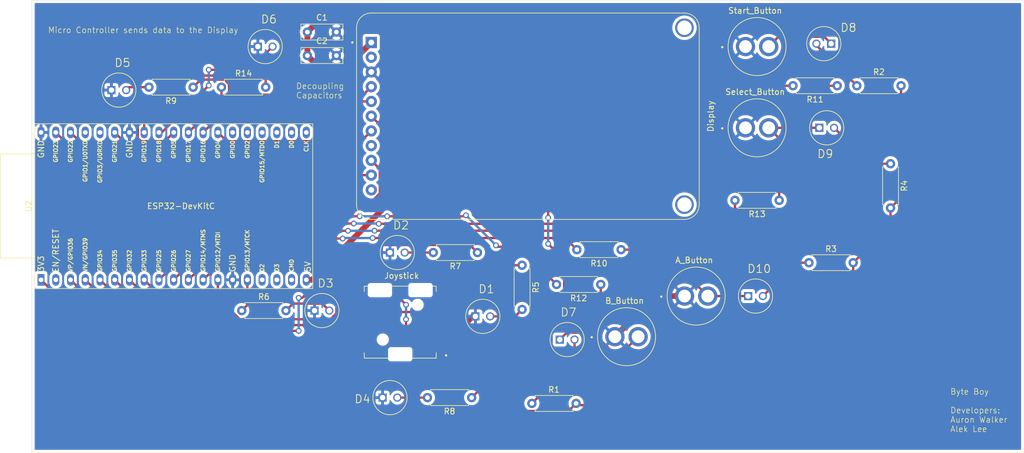
<source format=kicad_pcb>
(kicad_pcb (version 20240108) (generator "pcbnew") (generator_version "8.0")
  (title_block (title "ByteBoy") (date "2025-08-25") (rev "v2") (company "Auron Walker. Alek Lee"))
  (layers (0 "F.Cu" signal) (31 "B.Cu" signal) (34 "B.Paste" user) (35 "F.Paste" user) (36 "B.SilkS" user "B.Silkscreen") (37 "F.SilkS" user "F.Silkscreen") (38 "B.Mask" user) (39 "F.Mask" user) (44 "Edge.Cuts" user))
  (net 0 "")
  (net 1 "+5V")
  (net 2 "GND")
  (net 3 "Net-(D1-PadA)")
  (net 4 "Net-(D2-PadA)")
  (net 5 "Net-(D3-PadA)")
  (net 6 "Net-(D4-PadA)")
  (net 7 "Net-(D5-PadA)")
  (net 8 "Net-(D6-PadA)")
  (net 9 "Net-(D7-PadC)")
  (net 10 "Net-(D7-PadA)")
  (net 11 "Net-(D8-PadA)")
  (net 12 "Net-(D8-PadC)")
  (net 13 "Net-(D9-PadC)")
  (net 14 "Net-(D9-PadA)")
  (net 15 "Net-(D10-PadA)")
  (net 16 "Net-(D10-PadC)")
  (net 17 "MOSI")
  (net 19 "SCK")
  (net 21 "MISO")
  (net 23 "DISPLAY_SELECT")
  (net 24 "D{slash}C")
  (net 25 "SD_SELECT")
  (net 26 "+3.3V")
  (net 27 "LED1")
  (net 28 "LED2")
  (net 29 "LED3")
  (net 30 "LED4")
  (net 31 "LED5")
  (net 32 "SW4")
  (net 33 "SW2")
  (net 34 "SW1")
  (net 35 "SW3")
  (net 36 "LED6")
  (net 37 "UP")
  (net 38 "DOWN")
  (net 39 "PUSH")
  (net 40 "LEFT")
  (net 41 "RIGHT")
  (footprint "Resistor_THT:R_Axial_DIN0207_L6.3mm_D2.5mm_P7.62mm_Horizontal" (layer "F.Cu") (at 232 80.69 -90)
    (property "Reference" "R4" (at 3.81 -2.37 90) (layer "F.SilkS"))
    (property "Value" "62")
    (pad "1" thru_hole circle (at 0 0 270) (size 1.6 1.6) (drill 0.8) (layers "*.Cu" "*.Mask") (net 14 "Net-(D9-PadA)"))
    (pad "2" thru_hole oval (at 7.62 0 270) (size 1.6 1.6) (drill 0.8) (layers "*.Cu" "*.Mask") (net 26 "+3.3V"))
  )
  (footprint "L-53GD:LEDRD254W50D500H1060" (layer "F.Cu") (at 208.73 103.5)
    (property "Reference" "D10" (at 0.635 -4.699 0) (layer "F.SilkS") (effects (font (size 1.4 1.4))))
    (property "Value" "L-53GD")
    (pad "A" thru_hole circle (at 1.27 0) (size 1.4 1.4) (drill 0.93) (layers "*.Cu" "*.Mask") (net 15 "Net-(D10-PadA)"))
    (pad "C" thru_hole rect (at -1.27 0) (size 1.4 1.4) (drill 0.93) (layers "*.Cu" "*.Mask") (net 16 "Net-(D10-PadC)"))
  )
  (footprint "L-53GD:LEDRD254W50D500H1060" (layer "F.Cu") (at 99 68)
    (property "Reference" "D5" (at 0.635 -4.699 0) (layer "F.SilkS") (effects (font (size 1.4 1.4))))
    (property "Value" "L-53GD")
    (pad "A" thru_hole circle (at 1.27 0) (size 1.4 1.4) (drill 0.93) (layers "*.Cu" "*.Mask") (net 7 "Net-(D5-PadA)"))
    (pad "C" thru_hole rect (at -1.27 0) (size 1.4 1.4) (drill 0.93) (layers "*.Cu" "*.Mask") (net 2 "GND"))
  )
  (footprint "Capacitor_THT:C_Rect_L7.0mm_W2.5mm_P5.00mm" (layer "F.Cu") (at 131.5 62.05)
    (property "Reference" "C2" (at 2.5 -2.5 0) (layer "F.SilkS"))
    (property "Value" "0.1u")
    (pad "1" thru_hole circle (at 0 0) (size 1.6 1.6) (drill 0.8) (layers "*.Cu" "*.Mask") (net 1 "+5V"))
    (pad "2" thru_hole circle (at 5 0) (size 1.6 1.6) (drill 0.8) (layers "*.Cu" "*.Mask") (net 2 "GND"))
  )
  (footprint "Resistor_THT:R_Axial_DIN0207_L6.3mm_D2.5mm_P7.62mm_Horizontal" (layer "F.Cu") (at 222.81 67.25 180)
    (property "Reference" "R11" (at 3.81 -2.37 360) (layer "F.SilkS"))
    (property "Value" "47k")
    (pad "1" thru_hole circle (at 0 0 180) (size 1.6 1.6) (drill 0.8) (layers "*.Cu" "*.Mask") (net 12 "Net-(D8-PadC)"))
    (pad "2" thru_hole oval (at 7.62 0 180) (size 1.6 1.6) (drill 0.8) (layers "*.Cu" "*.Mask") (net 33 "SW2"))
  )
  (footprint "Resistor_THT:R_Axial_DIN0207_L6.3mm_D2.5mm_P7.62mm_Horizontal" (layer "F.Cu") (at 170.19 122)
    (property "Reference" "R1" (at 3.81 -2.37 0) (layer "F.SilkS"))
    (property "Value" "62")
    (pad "1" thru_hole circle (at 0 0) (size 1.6 1.6) (drill 0.8) (layers "*.Cu" "*.Mask") (net 10 "Net-(D7-PadA)"))
    (pad "2" thru_hole oval (at 7.62 0) (size 1.6 1.6) (drill 0.8) (layers "*.Cu" "*.Mask") (net 26 "+3.3V"))
  )
  (footprint "L-53GD:LEDRD254W50D500H1060" (layer "F.Cu") (at 161.73 107)
    (property "Reference" "D1" (at 0.635 -4.699 0) (layer "F.SilkS") (effects (font (size 1.4 1.4))))
    (property "Value" "L-53GD")
    (pad "A" thru_hole circle (at 1.27 0) (size 1.4 1.4) (drill 0.93) (layers "*.Cu" "*.Mask") (net 3 "Net-(D1-PadA)"))
    (pad "C" thru_hole rect (at -1.27 0) (size 1.4 1.4) (drill 0.93) (layers "*.Cu" "*.Mask") (net 2 "GND"))
  )
  (footprint "L-53GD:LEDRD254W50D500H1060" (layer "F.Cu") (at 220.5 60 180)
    (property "Reference" "D8" (at -4.25 2.75 360) (layer "F.SilkS") (effects (font (size 1.4 1.4))))
    (property "Value" "L-53GD")
    (pad "A" thru_hole circle (at 1.27 0 180) (size 1.4 1.4) (drill 0.93) (layers "*.Cu" "*.Mask") (net 11 "Net-(D8-PadA)"))
    (pad "C" thru_hole rect (at -1.27 0 180) (size 1.4 1.4) (drill 0.93) (layers "*.Cu" "*.Mask") (net 12 "Net-(D8-PadC)"))
  )
  (footprint "Resistor_THT:R_Axial_DIN0207_L6.3mm_D2.5mm_P7.62mm_Horizontal" (layer "F.Cu") (at 226.19 67.25)
    (property "Reference" "R2" (at 3.81 -2.37 360) (layer "F.SilkS"))
    (property "Value" "62")
    (pad "1" thru_hole circle (at 0 0) (size 1.6 1.6) (drill 0.8) (layers "*.Cu" "*.Mask") (net 11 "Net-(D8-PadA)"))
    (pad "2" thru_hole oval (at 7.62 0) (size 1.6 1.6) (drill 0.8) (layers "*.Cu" "*.Mask") (net 26 "+3.3V"))
  )
  (footprint "Resistor_THT:R_Axial_DIN0207_L6.3mm_D2.5mm_P7.62mm_Horizontal" (layer "F.Cu") (at 116.69 67.5)
    (property "Reference" "R14" (at 3.81 -2.37 0) (layer "F.SilkS"))
    (property "Value" "62")
    (pad "1" thru_hole circle (at 0 0) (size 1.6 1.6) (drill 0.8) (layers "*.Cu" "*.Mask") (net 36 "LED6"))
    (pad "2" thru_hole oval (at 7.62 0) (size 1.6 1.6) (drill 0.8) (layers "*.Cu" "*.Mask") (net 8 "Net-(D6-PadA)"))
  )
  (footprint "L-53GD:LEDRD254W50D500H1060" (layer "F.Cu") (at 124.23 60.5)
    (property "Reference" "D6" (at 0.635 -4.699 0) (layer "F.SilkS") (effects (font (size 1.4 1.4))))
    (property "Value" "L-53GD")
    (pad "A" thru_hole circle (at 1.27 0) (size 1.4 1.4) (drill 0.93) (layers "*.Cu" "*.Mask") (net 8 "Net-(D6-PadA)"))
    (pad "C" thru_hole rect (at -1.27 0) (size 1.4 1.4) (drill 0.93) (layers "*.Cu" "*.Mask") (net 2 "GND"))
  )
  (footprint "PS1024ALRED:SW_PS1024ALRED" (layer "F.Cu") (at 186.5 110.5)
    (property "Reference" "B_Button" (at -0.335 -6.185 0) (layer "F.SilkS"))
    (property "Value" "PS1024ALRED")
    (pad "1" thru_hole circle (at -2 0) (size 3.32 3.32) (drill 2.21) (layers "*.Cu" "*.Mask") (net 2 "GND"))
    (pad "2" thru_hole circle (at 2 0) (size 3.32 3.32) (drill 2.21) (layers "*.Cu" "*.Mask") (net 9 "Net-(D7-PadC)"))
  )
  (footprint "Resistor_THT:R_Axial_DIN0207_L6.3mm_D2.5mm_P7.62mm_Horizontal" (layer "F.Cu") (at 168.5 98.19 -90)
    (property "Reference" "R5" (at 3.81 -2.37 90) (layer "F.SilkS"))
    (property "Value" "62")
    (pad "1" thru_hole circle (at 0 0 270) (size 1.6 1.6) (drill 0.8) (layers "*.Cu" "*.Mask") (net 27 "LED1"))
    (pad "2" thru_hole oval (at 7.62 0 270) (size 1.6 1.6) (drill 0.8) (layers "*.Cu" "*.Mask") (net 3 "Net-(D1-PadA)"))
  )
  (footprint "L-53GD:LEDRD254W50D500H1060" (layer "F.Cu") (at 134 106)
    (property "Reference" "D3" (at 0.635 -4.699 0) (layer "F.SilkS") (effects (font (size 1.4 1.4))))
    (property "Value" "L-53GD")
    (pad "A" thru_hole circle (at 1.27 0) (size 1.4 1.4) (drill 0.93) (layers "*.Cu" "*.Mask") (net 5 "Net-(D3-PadA)"))
    (pad "C" thru_hole rect (at -1.27 0) (size 1.4 1.4) (drill 0.93) (layers "*.Cu" "*.Mask") (net 2 "GND"))
  )
  (footprint "PS1024ALRED:SW_PS1024ALRED" (layer "F.Cu") (at 198.5 103.5)
    (property "Reference" "A_Button" (at -0.335 -6.185 0) (layer "F.SilkS"))
    (property "Value" "PS1024ALRED")
    (pad "1" thru_hole circle (at -2 0) (size 3.32 3.32) (drill 2.21) (layers "*.Cu" "*.Mask") (net 2 "GND"))
    (pad "2" thru_hole circle (at 2 0) (size 3.32 3.32) (drill 2.21) (layers "*.Cu" "*.Mask") (net 16 "Net-(D10-PadC)"))
  )
  (footprint "Resistor_THT:R_Axial_DIN0207_L6.3mm_D2.5mm_P7.62mm_Horizontal" (layer "F.Cu") (at 159.81 121 180)
    (property "Reference" "R8" (at 3.81 -2.37 360) (layer "F.SilkS"))
    (property "Value" "62" (hide yes))
    (pad "1" thru_hole circle (at 0 0 180) (size 1.6 1.6) (drill 0.8) (layers "*.Cu" "*.Mask") (net 30 "LED4"))
    (pad "2" thru_hole oval (at 7.62 0 180) (size 1.6 1.6) (drill 0.8) (layers "*.Cu" "*.Mask") (net 6 "Net-(D4-PadA)"))
  )
  (footprint "L-53GD:LEDRD254W50D500H1060" (layer "F.Cu") (at 147 96)
    (property "Reference" "D2" (at 0.635 -4.699 0) (layer "F.SilkS") (effects (font (size 1.4 1.4))))
    (property "Value" "L-53GD")
    (pad "A" thru_hole circle (at 1.27 0) (size 1.4 1.4) (drill 0.93) (layers "*.Cu" "*.Mask") (net 4 "Net-(D2-PadA)"))
    (pad "C" thru_hole rect (at -1.27 0) (size 1.4 1.4) (drill 0.93) (layers "*.Cu" "*.Mask") (net 2 "GND"))
  )
  (footprint "Resistor_THT:R_Axial_DIN0207_L6.3mm_D2.5mm_P7.62mm_Horizontal" (layer "F.Cu") (at 120.19 106)
    (property "Reference" "R6" (at 3.81 -2.37 0) (layer "F.SilkS"))
    (property "Value" "62")
    (pad "1" thru_hole circle (at 0 0) (size 1.6 1.6) (drill 0.8) (layers "*.Cu" "*.Mask") (net 28 "LED2"))
    (pad "2" thru_hole oval (at 7.62 0) (size 1.6 1.6) (drill 0.8) (layers "*.Cu" "*.Mask") (net 5 "Net-(D3-PadA)"))
  )
  (footprint "L-53GD:LEDRD254W50D500H1060" (layer "F.Cu") (at 145.73 121)
    (property "Reference" "D4" (at -4.73 0.25 0) (layer "F.SilkS") (effects (font (size 1.4 1.4))))
    (property "Value" "L-53GD")
    (pad "A" thru_hole circle (at 1.27 0) (size 1.4 1.4) (drill 0.93) (layers "*.Cu" "*.Mask") (net 6 "Net-(D4-PadA)"))
    (pad "C" thru_hole rect (at -1.27 0) (size 1.4 1.4) (drill 0.93) (layers "*.Cu" "*.Mask") (net 2 "GND"))
  )
  (footprint "L-53GD:LEDRD254W50D500H1060" (layer "F.Cu") (at 221 74.5)
    (property "Reference" "D9" (at -0.25 4.5 0) (layer "F.SilkS") (effects (font (size 1.4 1.4))))
    (property "Value" "L-53GD")
    (pad "A" thru_hole circle (at 1.27 0) (size 1.4 1.4) (drill 0.93) (layers "*.Cu" "*.Mask") (net 14 "Net-(D9-PadA)"))
    (pad "C" thru_hole rect (at -1.27 0) (size 1.4 1.4) (drill 0.93) (layers "*.Cu" "*.Mask") (net 13 "Net-(D9-PadC)"))
  )
  (footprint "Resistor_THT:R_Axial_DIN0207_L6.3mm_D2.5mm_P7.62mm_Horizontal" (layer "F.Cu") (at 160.81 96 180)
    (property "Reference" "R7" (at 3.81 -2.37 360) (layer "F.SilkS"))
    (property "Value" "62")
    (pad "1" thru_hole circle (at 0 0 180) (size 1.6 1.6) (drill 0.8) (layers "*.Cu" "*.Mask") (net 29 "LED3"))
    (pad "2" thru_hole oval (at 7.62 0 180) (size 1.6 1.6) (drill 0.8) (layers "*.Cu" "*.Mask") (net 4 "Net-(D2-PadA)"))
  )
  (footprint "Resistor_THT:R_Axial_DIN0207_L6.3mm_D2.5mm_P7.62mm_Horizontal" (layer "F.Cu") (at 212.81 87 180)
    (property "Reference" "R13" (at 3.81 -2.37 360) (layer "F.SilkS"))
    (property "Value" "47k")
    (pad "1" thru_hole circle (at 0 0 180) (size 1.6 1.6) (drill 0.8) (layers "*.Cu" "*.Mask") (net 13 "Net-(D9-PadC)"))
    (pad "2" thru_hole oval (at 7.62 0 180) (size 1.6 1.6) (drill 0.8) (layers "*.Cu" "*.Mask") (net 35 "SW3"))
  )
  (footprint "4311:MODULE_4311" (layer "F.Cu") (at 169.5 72.5 -90)
    (property "Reference" "Display" (at 0 -31.5 90) (layer "F.SilkS"))
    (property "Value" "4311 (Display)")
    (pad "1" thru_hole rect (at -12.7 26.9875 270) (size 1.9304 1.9304) (drill 1) (layers "*.Cu" "*.Mask") (net 1 "+5V"))
    (pad "2" thru_hole circle (at -10.16 26.9875 270) (size 1.9304 1.9304) (drill 1) (layers "*.Cu" "*.Mask"))
    (pad "3" thru_hole circle (at -7.62 26.9875 270) (size 1.9304 1.9304) (drill 1) (layers "*.Cu" "*.Mask") (net 2 "GND"))
    (pad "4" thru_hole circle (at -5.08 26.9875 270) (size 1.9304 1.9304) (drill 1) (layers "*.Cu" "*.Mask") (net 19 "SCK"))
    (pad "5" thru_hole circle (at -2.54 26.9875 270) (size 1.9304 1.9304) (drill 1) (layers "*.Cu" "*.Mask") (net 21 "MISO"))
    (pad "6" thru_hole circle (at 0 26.9875 270) (size 1.9304 1.9304) (drill 1) (layers "*.Cu" "*.Mask") (net 17 "MOSI"))
    (pad "7" thru_hole circle (at 2.54 26.9875 270) (size 1.9304 1.9304) (drill 1) (layers "*.Cu" "*.Mask") (net 23 "DISPLAY_SELECT"))
    (pad "8" thru_hole circle (at 5.08 26.9875 270) (size 1.9304 1.9304) (drill 1) (layers "*.Cu" "*.Mask"))
    (pad "9" thru_hole circle (at 7.62 26.9875 270) (size 1.9304 1.9304) (drill 1) (layers "*.Cu" "*.Mask") (net 24 "D{slash}C"))
    (pad "10" thru_hole circle (at 10.16 26.9875 270) (size 1.9304 1.9304) (drill 1) (layers "*.Cu" "*.Mask") (net 25 "SD_SELECT"))
    (pad "11" thru_hole circle (at 12.7 26.9875 270) (size 1.9304 1.9304) (drill 1) (layers "*.Cu" "*.Mask"))
    (pad "SH1" thru_hole circle (at -15.24 -26.9875 270) (size 3.2 3.2) (drill 2.5) (layers "*.Cu" "*.Mask"))
    (pad "SH2" thru_hole circle (at 15.24 -26.9875 270) (size 3.2 3.2) (drill 2.5) (layers "*.Cu" "*.Mask"))
    (zone (net 0) (net_name "") (layer "B.Cu") (connect_pads (clearance 0)) (min_thickness 2)
      (keepout (tracks not_allowed) (vias not_allowed) (pads not_allowed) (copperpour not_allowed) (footprints allowed))
      (fill (thermal_gap 0.508) (thermal_bridge_width 0.508))
      (polygon (pts (xy 196.4875 59.26) (xy 196.291466 59.250369) (xy 196.097319 59.221571) (xy 195.906931 59.173881) (xy 195.722133 59.107759) (xy 195.544707 59.023843) (xy 195.37636 58.922939) (xy 195.218713 58.806021) (xy 195.073286 58.674214) (xy 194.941479 58.528787) (xy 194.824561 58.37114) (xy 194.723657 58.202793) (xy 194.639741 58.025367) (xy 194.573619 57.840569) (xy 194.525929 57.650181) (xy 194.497131 57.456034) (xy 194.4875 57.26) (xy 194.497131 57.063966) (xy 194.525929 56.869819) (xy 194.573619 56.679431) (xy 194.639741 56.494633) (xy 194.723657 56.317207) (xy 194.824561 56.14886) (xy 194.941479 55.991213) (xy 195.073286 55.845786) (xy 195.218713 55.713979) (xy 195.37636 55.597061) (xy 195.544707 55.496157) (xy 195.722133 55.412241) (xy 195.906931 55.346119) (xy 196.097319 55.298429) (xy 196.291466 55.269631) (xy 196.4875 55.26) (xy 196.683534 55.269631) (xy 196.877681 55.298429) (xy 197.068069 55.346119) (xy 197.252867 55.412241) (xy 197.430293 55.496157) (xy 197.59864 55.597061) (xy 197.756287 55.713979) (xy 197.901714 55.845786) (xy 198.033521 55.991213) (xy 198.150439 56.14886) (xy 198.251343 56.317207) (xy 198.335259 56.494633) (xy 198.401381 56.679431) (xy 198.449071 56.869819) (xy 198.477869 57.063966) (xy 198.4875 57.26) (xy 198.477869 57.456034) (xy 198.449071 57.650181) (xy 198.401381 57.840569) (xy 198.335259 58.025367) (xy 198.251343 58.202793) (xy 198.150439 58.37114) (xy 198.033521 58.528787) (xy 197.901714 58.674214) (xy 197.756287 58.806021) (xy 197.59864 58.922939) (xy 197.430293 59.023843) (xy 197.252867 59.107759) (xy 197.068069 59.173881) (xy 196.877681 59.221571) (xy 196.683534 59.250369)))
    )
    (zone (net 0) (net_name "") (layer "B.Cu") (connect_pads (clearance 0)) (min_thickness 2)
      (keepout (tracks not_allowed) (vias not_allowed) (pads not_allowed) (copperpour not_allowed) (footprints allowed))
      (fill (thermal_gap 0.508) (thermal_bridge_width 0.508))
      (polygon (pts (xy 196.4875 89.74) (xy 196.291466 89.730369) (xy 196.097319 89.701571) (xy 195.906931 89.653881) (xy 195.722133 89.587759) (xy 195.544707 89.503843) (xy 195.37636 89.402939) (xy 195.218713 89.286021) (xy 195.073286 89.154214) (xy 194.941479 89.008787) (xy 194.824561 88.85114) (xy 194.723657 88.682793) (xy 194.639741 88.505367) (xy 194.573619 88.320569) (xy 194.525929 88.130181) (xy 194.497131 87.936034) (xy 194.4875 87.74) (xy 194.497131 87.543966) (xy 194.525929 87.349819) (xy 194.573619 87.159431) (xy 194.639741 86.974633) (xy 194.723657 86.797207) (xy 194.824561 86.62886) (xy 194.941479 86.471213) (xy 195.073286 86.325786) (xy 195.218713 86.193979) (xy 195.37636 86.077061) (xy 195.544707 85.976157) (xy 195.722133 85.892241) (xy 195.906931 85.826119) (xy 196.097319 85.778429) (xy 196.291466 85.749631) (xy 196.4875 85.74) (xy 196.683534 85.749631) (xy 196.877681 85.778429) (xy 197.068069 85.826119) (xy 197.252867 85.892241) (xy 197.430293 85.976157) (xy 197.59864 86.077061) (xy 197.756287 86.193979) (xy 197.901714 86.325786) (xy 198.033521 86.471213) (xy 198.150439 86.62886) (xy 198.251343 86.797207) (xy 198.335259 86.974633) (xy 198.401381 87.159431) (xy 198.449071 87.349819) (xy 198.477869 87.543966) (xy 198.4875 87.74) (xy 198.477869 87.936034) (xy 198.449071 88.130181) (xy 198.401381 88.320569) (xy 198.335259 88.505367) (xy 198.251343 88.682793) (xy 198.150439 88.85114) (xy 198.033521 89.008787) (xy 197.901714 89.154214) (xy 197.756287 89.286021) (xy 197.59864 89.402939) (xy 197.430293 89.503843) (xy 197.252867 89.587759) (xy 197.068069 89.653881) (xy 196.877681 89.701571) (xy 196.683534 89.730369)))
    )
  )
  (footprint "PS1024ALRED:SW_PS1024ALRED" (layer "F.Cu") (at 209 74.5)
    (property "Reference" "Select_Button" (at -0.335 -6.185 0) (layer "F.SilkS"))
    (property "Value" "PS1024ALRED")
    (pad "1" thru_hole circle (at -2 0) (size 3.32 3.32) (drill 2.21) (layers "*.Cu" "*.Mask") (net 2 "GND"))
    (pad "2" thru_hole circle (at 2 0) (size 3.32 3.32) (drill 2.21) (layers "*.Cu" "*.Mask") (net 13 "Net-(D9-PadC)"))
  )
  (footprint "PS1024ALRED:SW_PS1024ALRED" (layer "F.Cu") (at 209 60.5)
    (property "Reference" "Start_Button" (at -0.335 -6.185 0) (layer "F.SilkS"))
    (property "Value" "PS1024ALRED")
    (pad "1" thru_hole circle (at -2 0) (size 3.32 3.32) (drill 2.21) (layers "*.Cu" "*.Mask") (net 2 "GND"))
    (pad "2" thru_hole circle (at 2 0) (size 3.32 3.32) (drill 2.21) (layers "*.Cu" "*.Mask") (net 12 "Net-(D8-PadC)"))
  )
  (footprint "Capacitor_THT:C_Rect_L7.0mm_W2.5mm_P5.00mm" (layer "F.Cu") (at 131.5 58)
    (property "Reference" "C1" (at 2.5 -2.5 0) (layer "F.SilkS"))
    (property "Value" "10uF")
    (pad "1" thru_hole circle (at 0 0) (size 1.6 1.6) (drill 0.8) (layers "*.Cu" "*.Mask") (net 1 "+5V"))
    (pad "2" thru_hole circle (at 5 0) (size 1.6 1.6) (drill 0.8) (layers "*.Cu" "*.Mask") (net 2 "GND"))
  )
  (footprint "Resistor_THT:R_Axial_DIN0207_L6.3mm_D2.5mm_P7.62mm_Horizontal" (layer "F.Cu") (at 182.06 101.5 180)
    (property "Reference" "R12" (at 3.81 -2.37 360) (layer "F.SilkS"))
    (property "Value" "47k")
    (pad "1" thru_hole circle (at 0 0 180) (size 1.6 1.6) (drill 0.8) (layers "*.Cu" "*.Mask") (net 9 "Net-(D7-PadC)"))
    (pad "2" thru_hole oval (at 7.62 0 180) (size 1.6 1.6) (drill 0.8) (layers "*.Cu" "*.Mask") (net 34 "SW1"))
  )
  (footprint "Resistor_THT:R_Axial_DIN0207_L6.3mm_D2.5mm_P7.62mm_Horizontal" (layer "F.Cu") (at 217.94 97.75)
    (property "Reference" "R3" (at 3.81 -2.37 0) (layer "F.SilkS"))
    (property "Value" "62")
    (pad "1" thru_hole circle (at 0 0) (size 1.6 1.6) (drill 0.8) (layers "*.Cu" "*.Mask") (net 15 "Net-(D10-PadA)"))
    (pad "2" thru_hole oval (at 7.62 0) (size 1.6 1.6) (drill 0.8) (layers "*.Cu" "*.Mask") (net 26 "+3.3V"))
  )
  (footprint "Resistor_THT:R_Axial_DIN0207_L6.3mm_D2.5mm_P7.62mm_Horizontal" (layer "F.Cu") (at 185.56 95.5 180)
    (property "Reference" "R10" (at 3.81 -2.37 360) (layer "F.SilkS"))
    (property "Value" "47k")
    (pad "1" thru_hole circle (at 0 0 180) (size 1.6 1.6) (drill 0.8) (layers "*.Cu" "*.Mask") (net 16 "Net-(D10-PadC)"))
    (pad "2" thru_hole oval (at 7.62 0 180) (size 1.6 1.6) (drill 0.8) (layers "*.Cu" "*.Mask") (net 32 "SW4"))
  )
  (footprint "PCM_Espressif:ESP32-DevKitC" (layer "F.Cu") (at 85.59656 100.7 90)
    (property "Reference" "U2" (at 12.7 -2.1 90) (layer "F.SilkS"))
    (property "Value" "ESP32-DevKitC" (at 12.7 24.13 360) (layer "F.SilkS"))
    (fp_text user "5V" (at 1.26632 45.97128 90) (layer "F.SilkS") (effects (justify left)))
    (fp_text user "GPIO17" (at 24.13 25.4 90) (layer "F.SilkS") (effects (font (size 0.7 0.7)) (justify right)))
    (fp_text user "GPIO34" (at 1.27 10.16 90) (layer "F.SilkS") (effects (font (size 0.7 0.7)) (justify left)))
    (fp_text user "GND" (at 24.13 15.24 90) (layer "F.SilkS") (effects (justify right)))
    (fp_text user "GPIO25" (at 1.27 20.32 90) (layer "F.SilkS") (effects (font (size 0.7 0.7)) (justify left)))
    (fp_text user "GPIO32" (at 1.27 15.24 90) (layer "F.SilkS") (effects (font (size 0.7 0.7)) (justify left)))
    (fp_text user "GPIO33" (at 1.27 17.78 90) (layer "F.SilkS") (effects (font (size 0.7 0.7)) (justify left)))
    (fp_text user "GPIO21" (at 24.13 12.7 90) (layer "F.SilkS") (effects (font (size 0.7 0.7)) (justify right)))
    (fp_text user "D0" (at 24.13 43.18 90) (layer "F.SilkS") (effects (font (size 0.7 0.7)) (justify right)))
    (fp_text user "CMD" (at 1.27 43.18 90) (layer "F.SilkS") (effects (font (size 0.7 0.7)) (justify left)))
    (fp_text user "GPIO15/MTDO" (at 24.13 38.1 90) (layer "F.SilkS") (effects (font (size 0.7 0.7)) (justify right)))
    (fp_text user "GPIO18" (at 24.13 20.32 90) (layer "F.SilkS") (effects (font (size 0.7 0.7)) (justify right)))
    (fp_text user "D3" (at 1.27 40.64 90) (layer "F.SilkS") (effects (font (size 0.7 0.7)) (justify left)))
    (fp_text user "GPIO2" (at 24.13 35.56 90) (layer "F.SilkS") (effects (font (size 0.7 0.7)) (justify right)))
    (fp_text user "GPIO35" (at 1.27 12.7 90) (layer "F.SilkS") (effects (font (size 0.7 0.7)) (justify left)))
    (fp_text user "GND" (at 1.27 33.02 90) (layer "F.SilkS") (effects (justify left)))
    (fp_text user "GPIO23" (at 24.13 2.54 90) (layer "F.SilkS") (effects (font (size 0.7 0.7)) (justify right)))
    (fp_text user "D2" (at 1.27 38.1 90) (layer "F.SilkS") (effects (font (size 0.7 0.7)) (justify left)))
    (fp_text user "GPIO22" (at 24.13 5.08 90) (layer "F.SilkS") (effects (font (size 0.7 0.7)) (justify right)))
    (fp_text user "GPIO16" (at 24.13 27.94 90) (layer "F.SilkS") (effects (font (size 0.7 0.7)) (justify right)))
    (fp_text user "GPIO27" (at 1.27 25.4 90) (layer "F.SilkS") (effects (font (size 0.7 0.7)) (justify left)))
    (fp_text user "GPIO19" (at 24.13 17.78 90) (layer "F.SilkS") (effects (font (size 0.7 0.7)) (justify right)))
    (fp_text user "GPIO1/U0TXD" (at 24.13 7.62 90) (layer "F.SilkS") (effects (font (size 0.7 0.7)) (justify right)))
    (fp_text user "VN/GPIO39" (at 1.27 7.62 90) (layer "F.SilkS") (effects (font (size 0.7 0.7)) (justify left)))
    (fp_text user "GPIO4" (at 24.13 30.48 90) (layer "F.SilkS") (effects (font (size 0.7 0.7)) (justify right)))
    (fp_text user "GPIO14/MTMS" (at 1.27 27.94 90) (layer "F.SilkS") (effects (font (size 0.7 0.7)) (justify left)))
    (fp_text user "EN/RESET" (at 8.88632 2.53728 90) (layer "F.SilkS") (effects (justify right)))
    (fp_text user "GPIO26" (at 1.27 22.86 90) (layer "F.SilkS") (effects (font (size 0.7 0.7)) (justify left)))
    (fp_text user "GPIO13/MTCK" (at 1.27 35.56 90) (layer "F.SilkS") (effects (font (size 0.7 0.7)) (justify left)))
    (fp_text user "GPIO5" (at 24.13 22.86 90) (layer "F.SilkS") (effects (font (size 0.7 0.7)) (justify right)))
    (fp_text user "3V3" (at 1.27 0 90) (layer "F.SilkS") (effects (justify left)))
    (fp_text user "CLK" (at 24.13 45.72 90) (layer "F.SilkS") (effects (font (size 0.7 0.7)) (justify right)))
    (fp_text user "GND" (at 24.13 0 90) (layer "F.SilkS") (effects (justify right)))
    (fp_text user "GPIO3/U0RXD" (at 24.13 10.16 90) (layer "F.SilkS") (effects (font (size 0.7 0.7)) (justify right)))
    (fp_text user "GPIO0" (at 24.13 33.02 90) (layer "F.SilkS") (effects (font (size 0.7 0.7)) (justify right)))
    (fp_text user "D1" (at 24.13 40.64 90) (layer "F.SilkS") (effects (font (size 0.7 0.7)) (justify right)))
    (fp_text user "VP/GPIO36" (at 1.27 5.08 90) (layer "F.SilkS") (effects (font (size 0.7 0.7)) (justify left)))
    (fp_text user "GPIO12/MTDI" (at 1.27 30.48 90) (layer "F.SilkS") (effects (font (size 0.7 0.7)) (justify left)))
    (pad "1" thru_hole rect (at 0 0) (size 1.2 2) (drill 0.8) (layers "*.Cu" "*.Mask") (net 26 "+3.3V"))
    (pad "2" thru_hole oval (at 0 2.54) (size 1.2 2) (drill 0.8) (layers "*.Cu" "*.Mask"))
    (pad "3" thru_hole oval (at 0 5.08) (size 1.2 2) (drill 0.8) (layers "*.Cu" "*.Mask") (net 38 "DOWN"))
    (pad "4" thru_hole oval (at 0 7.62) (size 1.2 2) (drill 0.8) (layers "*.Cu" "*.Mask") (net 39 "PUSH"))
    (pad "5" thru_hole oval (at 0 10.16) (size 1.2 2) (drill 0.8) (layers "*.Cu" "*.Mask") (net 37 "UP"))
    (pad "6" thru_hole oval (at 0 12.7) (size 1.2 2) (drill 0.8) (layers "*.Cu" "*.Mask") (net 41 "RIGHT"))
    (pad "7" thru_hole oval (at 0 15.24) (size 1.2 2) (drill 0.8) (layers "*.Cu" "*.Mask") (net 29 "LED3"))
    (pad "8" thru_hole oval (at 0 17.78) (size 1.2 2) (drill 0.8) (layers "*.Cu" "*.Mask") (net 40 "LEFT"))
    (pad "9" thru_hole oval (at 0 20.32) (size 1.2 2) (drill 0.8) (layers "*.Cu" "*.Mask") (net 34 "SW1"))
    (pad "10" thru_hole oval (at 0 22.86) (size 1.2 2) (drill 0.8) (layers "*.Cu" "*.Mask") (net 33 "SW2"))
    (pad "11" thru_hole oval (at 0 25.4) (size 1.2 2) (drill 0.8) (layers "*.Cu" "*.Mask") (net 35 "SW3"))
    (pad "12" thru_hole oval (at 0 27.94) (size 1.2 2) (drill 0.8) (layers "*.Cu" "*.Mask") (net 32 "SW4"))
    (pad "13" thru_hole oval (at 0 30.48) (size 1.2 2) (drill 0.8) (layers "*.Cu" "*.Mask") (net 27 "LED1"))
    (pad "14" thru_hole oval (at 0 33.02) (size 1.2 2) (drill 0.8) (layers "*.Cu" "*.Mask") (net 2 "GND"))
    (pad "15" thru_hole oval (at 0 35.56) (size 1.2 2) (drill 0.8) (layers "*.Cu" "*.Mask") (net 28 "LED2"))
    (pad "16" thru_hole oval (at 0 38.1) (size 1.2 2) (drill 0.8) (layers "*.Cu" "*.Mask"))
    (pad "17" thru_hole oval (at 0 40.64) (size 1.2 2) (drill 0.8) (layers "*.Cu" "*.Mask"))
    (pad "18" thru_hole oval (at 0 43.18) (size 1.2 2) (drill 0.8) (layers "*.Cu" "*.Mask"))
    (pad "19" thru_hole oval (at 0 45.72) (size 1.2 2) (drill 0.8) (layers "*.Cu" "*.Mask") (net 1 "+5V"))
    (pad "20" thru_hole oval (at 25.39632 45.71728) (size 1.2 2) (drill 0.8) (layers "*.Cu" "*.Mask"))
    (pad "21" thru_hole oval (at 25.39632 43.17728) (size 1.2 2) (drill 0.8) (layers "*.Cu" "*.Mask"))
    (pad "22" thru_hole oval (at 25.4 40.64) (size 1.2 2) (drill 0.8) (layers "*.Cu" "*.Mask"))
    (pad "23" thru_hole oval (at 25.4 38.1) (size 1.2 2) (drill 0.8) (layers "*.Cu" "*.Mask"))
    (pad "24" thru_hole oval (at 25.4 35.56) (size 1.2 2) (drill 0.8) (layers "*.Cu" "*.Mask"))
    (pad "25" thru_hole oval (at 25.4 33.02) (size 1.2 2) (drill 0.8) (layers "*.Cu" "*.Mask"))
    (pad "26" thru_hole oval (at 25.4 30.48) (size 1.2 2) (drill 0.8) (layers "*.Cu" "*.Mask") (net 23 "DISPLAY_SELECT"))
    (pad "27" thru_hole oval (at 25.4 27.94) (size 1.2 2) (drill 0.8) (layers "*.Cu" "*.Mask") (net 31 "LED5"))
    (pad "28" thru_hole oval (at 25.4 25.4) (size 1.2 2) (drill 0.8) (layers "*.Cu" "*.Mask") (net 36 "LED6"))
    (pad "29" thru_hole oval (at 25.4 22.86) (size 1.2 2) (drill 0.8) (layers "*.Cu" "*.Mask") (net 30 "LED4"))
    (pad "30" thru_hole oval (at 25.4 20.32) (size 1.2 2) (drill 0.8) (layers "*.Cu" "*.Mask") (net 19 "SCK"))
    (pad "31" thru_hole oval (at 25.4 17.78) (size 1.2 2) (drill 0.8) (layers "*.Cu" "*.Mask") (net 21 "MISO"))
    (pad "32" thru_hole oval (at 25.4 15.24) (size 1.2 2) (drill 0.8) (layers "*.Cu" "*.Mask") (net 2 "GND"))
    (pad "33" thru_hole oval (at 25.4 12.7) (size 1.2 2) (drill 0.8) (layers "*.Cu" "*.Mask") (net 25 "SD_SELECT"))
    (pad "34" thru_hole oval (at 25.4 10.16) (size 1.2 2) (drill 0.8) (layers "*.Cu" "*.Mask"))
    (pad "35" thru_hole oval (at 25.4 7.62) (size 1.2 2) (drill 0.8) (layers "*.Cu" "*.Mask"))
    (pad "36" thru_hole oval (at 25.4 5.08) (size 1.2 2) (drill 0.8) (layers "*.Cu" "*.Mask") (net 24 "D{slash}C"))
    (pad "37" thru_hole oval (at 25.4 2.54) (size 1.2 2) (drill 0.8) (layers "*.Cu" "*.Mask") (net 17 "MOSI"))
    (pad "38" thru_hole oval (at 25.4 0) (size 1.2 2) (drill 0.8) (layers "*.Cu" "*.Mask") (net 2 "GND"))
  )
  (footprint "L-53GD:LEDRD254W50D500H1060" (layer "F.Cu") (at 176.27 111)
    (property "Reference" "D7" (at 0.23 -4.699 0) (layer "F.SilkS") (effects (font (size 1.4 1.4))))
    (property "Value" "L-53GD")
    (pad "A" thru_hole circle (at 1.27 0) (size 1.4 1.4) (drill 0.93) (layers "*.Cu" "*.Mask") (net 10 "Net-(D7-PadA)"))
    (pad "C" thru_hole rect (at -1.27 0) (size 1.4 1.4) (drill 0.93) (layers "*.Cu" "*.Mask") (net 9 "Net-(D7-PadC)"))
  )
  (footprint "JS5208:SW_JS5208" (layer "F.Cu") (at 147.5 108 180)
    (property "Reference" "Joystick" (at -0.25 8 0) (layer "F.SilkS"))
    (property "Value" "JS5208 (Joystick)")
    (fp_line (start 5.1 6.25) (end 5.1 4.8) (stroke (width 0.01)) (layer "Edge.Cuts"))
    (fp_line (start 5.1 4.8) (end 1.9 4.8) (stroke (width 0.01)) (layer "Edge.Cuts"))
    (fp_line (start 1.9 6.25) (end 5.1 6.25) (stroke (width 0.01)) (layer "Edge.Cuts"))
    (fp_line (start 1.9 4.8) (end 1.9 6.25) (stroke (width 0.01)) (layer "Edge.Cuts"))
    (fp_line (start 1.6 -4.8) (end -1.6 -4.8) (stroke (width 0.01)) (layer "Edge.Cuts"))
    (fp_line (start 1.6 -6.25) (end 1.6 -4.8) (stroke (width 0.01)) (layer "Edge.Cuts"))
    (fp_line (start -1.6 -4.8) (end -1.6 -6.25) (stroke (width 0.01)) (layer "Edge.Cuts"))
    (fp_line (start -1.6 -6.25) (end 1.6 -6.25) (stroke (width 0.01)) (layer "Edge.Cuts"))
    (fp_line (start -1.9 6.25) (end -5.1 6.25) (stroke (width 0.01)) (layer "Edge.Cuts"))
    (fp_line (start -1.9 4.8) (end -1.9 6.25) (stroke (width 0.01)) (layer "Edge.Cuts"))
    (fp_line (start -5.1 6.25) (end -5.1 4.8) (stroke (width 0.01)) (layer "Edge.Cuts"))
    (fp_line (start -5.1 4.8) (end -1.9 4.8) (stroke (width 0.01)) (layer "Edge.Cuts"))
    (pad "" np_thru_hole circle (at -3 3 180) (size 1.6 1.6) (drill 1.6) (layers "*.Cu" "*.Mask"))
    (pad "" np_thru_hole circle (at 3 -3 180) (size 1.6 1.6) (drill 1.6) (layers "*.Cu" "*.Mask"))
    (pad "1" smd rect (at -7.5 -4 180) (size 2 1.9) (layers "F.Cu" "F.Paste" "F.Mask") (net 2 "GND"))
    (pad "2" smd rect (at -7.5 0 180) (size 2 1.9) (layers "F.Cu" "F.Paste" "F.Mask") (net 40 "LEFT"))
    (pad "3" smd rect (at -7.5 4 180) (size 2 1.9) (layers "F.Cu" "F.Paste" "F.Mask") (net 39 "PUSH"))
    (pad "4" smd rect (at 7.5 -4 180) (size 2 1.9) (layers "F.Cu" "F.Paste" "F.Mask") (net 37 "UP"))
    (pad "5" smd rect (at 7.5 0 180) (size 2 1.9) (layers "F.Cu" "F.Paste" "F.Mask") (net 41 "RIGHT"))
    (pad "6" smd rect (at 7.5 4 180) (size 2 1.9) (layers "F.Cu" "F.Paste" "F.Mask") (net 38 "DOWN"))
  )
  (footprint "Resistor_THT:R_Axial_DIN0207_L6.3mm_D2.5mm_P7.62mm_Horizontal" (layer "F.Cu") (at 111.81 67.5 180)
    (property "Reference" "R9" (at 3.81 -2.37 360) (layer "F.SilkS"))
    (property "Value" "62")
    (pad "1" thru_hole circle (at 0 0 180) (size 1.6 1.6) (drill 0.8) (layers "*.Cu" "*.Mask") (net 31 "LED5"))
    (pad "2" thru_hole oval (at 7.62 0 180) (size 1.6 1.6) (drill 0.8) (layers "*.Cu" "*.Mask") (net 7 "Net-(D5-PadA)"))
  )
  (gr_rect (start 84 52.5) (end 255 130.5) (stroke (width 0.05)) (fill none) (layer "Edge.Cuts"))
  (gr_text "Decoupling \nCapacitors" (at 129.5 69.5 0) (layer "F.SilkS") (effects (font (size 1 1) (thickness 0.1)) (justify left bottom)))
  (gr_text "Byte Boy\n\nDevelopers:\nAuron Walker\nAlek Lee" (at 242.25 127 0) (layer "F.SilkS") (effects (font (size 1 1) (thickness 0.1)) (justify left bottom)))
  (gr_text "Micro Controller sends data to the Display" (at 86.75 58.25 0) (layer "F.SilkS") (effects (font (size 1 1) (thickness 0.1)) (justify left bottom)))
  (segment (start 137.5 64.8125) (end 137.5 65) (width 1) (layer "F.Cu") (net 1))
  (segment (start 134.45 65) (end 131.5 62.05) (width 1) (layer "F.Cu") (net 1))
  (segment (start 133.5 56) (end 131.5 58) (width 1) (layer "F.Cu") (net 1))
  (segment (start 145.3554 56) (end 133.5 56) (width 1) (layer "F.Cu") (net 1))
  (segment (start 131.5 62.05) (end 131.5 58) (width 1) (layer "F.Cu") (net 1))
  (segment (start 132.3 100.7) (end 145.6777 87.3223) (width 1) (layer "F.Cu") (net 1))
  (segment (start 142.5125 59.8) (end 137.5 64.8125) (width 1) (layer "F.Cu") (net 1))
  (segment (start 137.5 65) (end 134.45 65) (width 1) (layer "F.Cu") (net 1))
  (segment (start 145.6777 56.3223) (end 145.3554 56) (width 1) (layer "F.Cu") (net 1))
  (segment (start 131.31656 100.7) (end 132.3 100.7) (width 1) (layer "F.Cu") (net 1))
  (segment (start 145.6777 87.3223) (end 145.6777 56.3223) (width 1) (layer "F.Cu") (net 1))
  (segment (start 160.46 107) (end 160 107) (width 1) (layer "F.Cu") (net 2))
  (segment (start 160 107) (end 155 112) (width 1) (layer "F.Cu") (net 2))
  (segment (start 184.5 110.5) (end 191.5 103.5) (width 1) (layer "F.Cu") (net 2))
  (segment (start 191.5 103.5) (end 196.5 103.5) (width 1) (layer "F.Cu") (net 2))
  (segment (start 163 107) (end 167.31 107) (width 0.4) (layer "F.Cu") (net 3))
  (segment (start 167.31 107) (end 168.5 105.81) (width 0.4) (layer "F.Cu") (net 3))
  (segment (start 153.19 96) (end 148.27 96) (width 0.4) (layer "F.Cu") (net 4))
  (segment (start 129.01 104.8) (end 134.07 104.8) (width 0.4) (layer "F.Cu") (net 5))
  (segment (start 134.07 104.8) (end 135.27 106) (width 0.4) (layer "F.Cu") (net 5))
  (segment (start 127.81 106) (end 129.01 104.8) (width 0.4) (layer "F.Cu") (net 5))
  (segment (start 152.19 121) (end 147 121) (width 0.4) (layer "F.Cu") (net 6))
  (segment (start 100.77 67.5) (end 100.27 68) (width 0.4) (layer "F.Cu") (net 7))
  (segment (start 104.19 67.5) (end 100.77 67.5) (width 0.4) (layer "F.Cu") (net 7))
  (segment (start 124.31 67.5) (end 124.31 61.69) (width 0.4) (layer "F.Cu") (net 8))
  (segment (start 124.31 61.69) (end 125.5 60.5) (width 0.4) (layer "F.Cu") (net 8))
  (segment (start 180.745298 109.8) (end 180.972649 110.027351) (width 0.4) (layer "F.Cu") (net 9))
  (segment (start 180.972649 110.027351) (end 183.945298 113) (width 0.4) (layer "F.Cu") (net 9))
  (segment (start 182.06 108.94) (end 182.06 101.5) (width 0.4) (layer "F.Cu") (net 9))
  (segment (start 175 111) (end 176.2 109.8) (width 0.4) (layer "F.Cu") (net 9))
  (segment (start 180.972649 110.027351) (end 182.06 108.94) (width 0.4) (layer "F.Cu") (net 9))
  (segment (start 186 113) (end 188.5 110.5) (width 0.4) (layer "F.Cu") (net 9))
  (segment (start 183.945298 113) (end 186 113) (width 0.4) (layer "F.Cu") (net 9))
  (segment (start 176.2 109.8) (end 180.745298 109.8) (width 0.4) (layer "F.Cu") (net 9))
  (segment (start 177.54 111) (end 177.54 114.65) (width 0.4) (layer "F.Cu") (net 10))
  (segment (start 177.54 114.65) (end 170.19 122) (width 0.4) (layer "F.Cu") (net 10))
  (segment (start 226.19 67.25) (end 219.23 60.29) (width 0.4) (layer "F.Cu") (net 11))
  (segment (start 219.23 60.29) (end 219.23 60) (width 0.4) (layer "F.Cu") (net 11))
  (segment (start 212.7 58.8) (end 211 60.5) (width 0.4) (layer "F.Cu") (net 12))
  (segment (start 219.5 67.25) (end 216 63.75) (width 0.4) (layer "F.Cu") (net 12))
  (segment (start 216 63.75) (end 216 58.8) (width 0.4) (layer "F.Cu") (net 12))
  (segment (start 216.75 58.8) (end 216 58.8) (width 0.4) (layer "F.Cu") (net 12))
  (segment (start 220.57 58.8) (end 216.75 58.8) (width 0.4) (layer "F.Cu") (net 12))
  (segment (start 221.77 60) (end 220.57 58.8) (width 0.4) (layer "F.Cu") (net 12))
  (segment (start 216 58.8) (end 212.7 58.8) (width 0.4) (layer "F.Cu") (net 12))
  (segment (start 222.81 67.25) (end 219.5 67.25) (width 0.4) (layer "F.Cu") (net 12))
  (segment (start 212.81 76.31) (end 211 74.5) (width 0.4) (layer "F.Cu") (net 13))
  (segment (start 219.73 74.5) (end 211 74.5) (width 0.4) (layer "F.Cu") (net 13))
  (segment (start 212.81 76.31) (end 212.81 87) (width 0.4) (layer "F.Cu") (net 13))
  (segment (start 228.46 80.69) (end 232 80.69) (width 0.4) (layer "F.Cu") (net 14))
  (segment (start 222.27 74.5) (end 228.46 80.69) (width 0.4) (layer "F.Cu") (net 14))
  (segment (start 217.94 97.75) (end 215.75 97.75) (width 0.4) (layer "F.Cu") (net 15))
  (segment (start 215.75 97.75) (end 210 103.5) (width 0.4) (layer "F.Cu") (net 15))
  (segment (start 200.5 103.5) (end 192.5 95.5) (width 0.4) (layer "F.Cu") (net 16))
  (segment (start 192.5 95.5) (end 185.56 95.5) (width 0.4) (layer "F.Cu") (net 16))
  (segment (start 200.5 103.5) (end 207.46 103.5) (width 0.4) (layer "F.Cu") (net 16))
  (segment (start 142.574556 88.2) (end 101.03656 88.2) (width 0.4) (layer "F.Cu") (net 17))
  (segment (start 144.6777 86.096856) (end 142.574556 88.2) (width 0.4) (layer "F.Cu") (net 17))
  (segment (start 144.6777 74.6652) (end 144.6777 86.096856) (width 0.4) (layer "F.Cu") (net 17))
  (segment (start 101.03656 88.2) (end 88.13656 75.3) (width 0.4) (layer "F.Cu") (net 17))
  (segment (start 142.5125 72.5) (end 144.6777 74.6652) (width 0.4) (layer "F.Cu") (net 17))
  (segment (start 114.5 67.2) (end 106.4 75.3) (width 0.4) (layer "F.Cu") (net 19))
  (segment (start 141.1325 68.8) (end 121.808378 68.8) (width 0.4) (layer "F.Cu") (net 19))
  (segment (start 106.4 75.3) (end 105.91656 75.3) (width 0.4) (layer "F.Cu") (net 19))
  (segment (start 142.5125 67.42) (end 141.1325 68.8) (width 0.4) (layer "F.Cu") (net 19))
  (segment (start 121.808378 68.8) (end 117.508378 64.5) (width 0.4) (layer "F.Cu") (net 19))
  (segment (start 117.508378 64.5) (end 114.5 64.5) (width 0.4) (layer "F.Cu") (net 19))
  (via (at 114.5 64.5) (size 1) (drill 0.6) (layers "F.Cu" "B.Cu") (net 19))
  (via (at 114.5 67.2) (size 1) (drill 0.6) (layers "F.Cu" "B.Cu") (net 19))
  (segment (start 114.5 64.5) (end 114.5 67.2) (width 0.4) (layer "B.Cu") (net 19))
  (segment (start 142.5125 69.96) (end 121.978428 69.96) (width 0.4) (layer "F.Cu") (net 21))
  (segment (start 103.37656 73.131245) (end 103.37656 75.3) (width 0.4) (layer "F.Cu") (net 21))
  (segment (start 117.518428 65.5) (end 111.007805 65.5) (width 0.4) (layer "F.Cu") (net 21))
  (segment (start 103.7 75.3) (end 103.37656 75.3) (width 0.4) (layer "F.Cu") (net 21))
  (segment (start 121.978428 69.96) (end 117.518428 65.5) (width 0.4) (layer "F.Cu") (net 21))
  (segment (start 111.007805 65.5) (end 103.37656 73.131245) (width 0.4) (layer "F.Cu") (net 21))
  (segment (start 117.58024 76.80368) (end 116.07656 75.3) (width 0.4) (layer "F.Cu") (net 23))
  (segment (start 142.5125 75.04) (end 140.74882 76.80368) (width 0.4) (layer "F.Cu") (net 23))
  (segment (start 140.74882 76.80368) (end 117.58024 76.80368) (width 0.4) (layer "F.Cu") (net 23))
  (segment (start 143.9777 85.806906) (end 142.284606 87.5) (width 0.4) (layer "F.Cu") (net 24))
  (segment (start 102.87656 87.5) (end 90.67656 75.3) (width 0.4) (layer "F.Cu") (net 24))
  (segment (start 142.5125 80.12) (end 143.9777 81.5852) (width 0.4) (layer "F.Cu") (net 24))
  (segment (start 142.284606 87.5) (end 102.87656 87.5) (width 0.4) (layer "F.Cu") (net 24))
  (segment (start 143.9777 81.5852) (end 143.9777 85.806906) (width 0.4) (layer "F.Cu") (net 24))
  (segment (start 105.65656 82.66) (end 98.29656 75.3) (width 0.4) (layer "F.Cu") (net 25))
  (segment (start 142.5125 82.66) (end 105.65656 82.66) (width 0.4) (layer "F.Cu") (net 25))
  (segment (start 203.848478 122.3) (end 178.11 122.3) (width 0.4) (layer "F.Cu") (net 26))
  (segment (start 232 88.31) (end 233.81 86.5) (width 0.4) (layer "F.Cu") (net 26))
  (segment (start 108.19656 123.3) (end 85.59656 100.7) (width 0.4) (layer "F.Cu") (net 26))
  (segment (start 232 88.31) (end 232 91.31) (width 0.4) (layer "F.Cu") (net 26))
  (segment (start 233.81 86.5) (end 233.81 67.25) (width 0.4) (layer "F.Cu") (net 26))
  (segment (start 225.56 100.588478) (end 203.848478 122.3) (width 0.4) (layer "F.Cu") (net 26))
  (segment (start 225.56 97.75) (end 225.56 100.588478) (width 0.4) (layer "F.Cu") (net 26))
  (segment (start 178.11 122.3) (end 177.81 122) (width 0.4) (layer "F.Cu") (net 26))
  (segment (start 176.51 123.3) (end 108.19656 123.3) (width 0.4) (layer "F.Cu") (net 26))
  (segment (start 232 91.31) (end 225.56 97.75) (width 0.4) (layer "F.Cu") (net 26))
  (segment (start 177.81 122) (end 176.51 123.3) (width 0.4) (layer "F.Cu") (net 26))
  (segment (start 119.851522 107.5) (end 135.467057 107.5) (width 0.4) (layer "F.Cu") (net 27))
  (segment (start 141.87005 98.19) (end 168.5 98.19) (width 0.4) (layer "F.Cu") (net 27))
  (segment (start 116.07656 103.725038) (end 119.851522 107.5) (width 0.4) (layer "F.Cu") (net 27))
  (segment (start 136.5 106.467057) (end 136.5 103.56005) (width 0.4) (layer "F.Cu") (net 27))
  (segment (start 136.5 103.56005) (end 141.87005 98.19) (width 0.4) (layer "F.Cu") (net 27))
  (segment (start 116.07656 100.7) (end 116.07656 103.725038) (width 0.4) (layer "F.Cu") (net 27))
  (segment (start 135.467057 107.5) (end 136.5 106.467057) (width 0.4) (layer "F.Cu") (net 27))
  (segment (start 121.15656 105.03344) (end 120.19 106) (width 0.4) (layer "F.Cu") (net 28))
  (segment (start 121.15656 100.7) (end 121.15656 105.03344) (width 0.4) (layer "F.Cu") (net 28))
  (segment (start 130 109.5) (end 109.63656 109.5) (width 0.4) (layer "F.Cu") (net 29))
  (segment (start 160.81 96) (end 159.51 94.7) (width 0.4) (layer "F.Cu") (net 29))
  (segment (start 159.51 94.7) (end 139.714214 94.7) (width 0.4) (layer "F.Cu") (net 29))
  (segment (start 130.614214 103.8) (end 130 103.8) (width 0.4) (layer "F.Cu") (net 29))
  (segment (start 139.714214 94.7) (end 130.614214 103.8) (width 0.4) (layer "F.Cu") (net 29))
  (segment (start 109.63656 109.5) (end 100.83656 100.7) (width 0.4) (layer "F.Cu") (net 29))
  (via (at 130 103.8) (size 1) (drill 0.6) (layers "F.Cu" "B.Cu") (net 29))
  (via (at 130 109.5) (size 1) (drill 0.6) (layers "F.Cu" "B.Cu") (net 29))
  (segment (start 130 103.8) (end 130 109.5) (width 0.4) (layer "B.Cu") (net 29))
  (segment (start 106.95656 76.8) (end 108.45656 75.3) (width 0.4) (layer "F.Cu") (net 30))
  (segment (start 173 90) (end 173 82.230386) (width 0.4) (layer "F.Cu") (net 30))
  (segment (start 102.27656 76.27656) (end 102.8 76.8) (width 0.4) (layer "F.Cu") (net 30))
  (segment (start 145.769614 55) (end 120.517855 55) (width 0.4) (layer "F.Cu") (net 30))
  (segment (start 159.81 121) (end 169.8 111.01) (width 0.4) (layer "F.Cu") (net 30))
  (segment (start 175.74 105.07) (end 175.74 97.24) (width 0.4) (layer "F.Cu") (net 30))
  (segment (start 102.8 76.8) (end 106.95656 76.8) (width 0.4) (layer "F.Cu") (net 30))
  (segment (start 102.27656 73.241295) (end 102.27656 76.27656) (width 0.4) (layer "F.Cu") (net 30))
  (segment (start 173 82.230386) (end 145.769614 55) (width 0.4) (layer "F.Cu") (net 30))
  (segment (start 175.74 97.24) (end 173 94.5) (width 0.4) (layer "F.Cu") (net 30))
  (segment (start 120.517855 55) (end 102.27656 73.241295) (width 0.4) (layer "F.Cu") (net 30))
  (segment (start 169.8 111.01) (end 175.74 105.07) (width 0.4) (layer "F.Cu") (net 30))
  (via (at 173 94.5) (size 1) (drill 0.6) (layers "F.Cu" "B.Cu") (net 30))
  (via (at 173 90) (size 1) (drill 0.6) (layers "F.Cu" "B.Cu") (net 30))
  (segment (start 173 94.5) (end 173 90) (width 0.4) (layer "B.Cu") (net 30))
  (segment (start 117.99 70.84656) (end 113.53656 75.3) (width 0.4) (layer "F.Cu") (net 31))
  (segment (start 113.11 66.2) (end 117.228478 66.2) (width 0.4) (layer "F.Cu") (net 31))
  (segment (start 117.228478 66.2) (end 117.99 66.961522) (width 0.4) (layer "F.Cu") (net 31))
  (segment (start 117.99 66.961522) (end 117.99 70.84656) (width 0.4) (layer "F.Cu") (net 31))
  (segment (start 111.81 67.5) (end 113.11 66.2) (width 0.4) (layer "F.Cu") (net 31))
  (segment (start 175.94 93.5) (end 177.94 95.5) (width 0.4) (layer "F.Cu") (net 32))
  (segment (start 142.75 93.5) (end 175.94 93.5) (width 0.4) (layer "F.Cu") (net 32))
  (segment (start 120.655799 93.580761) (end 137.580761 93.580761) (width 0.4) (layer "F.Cu") (net 32))
  (segment (start 113.53656 100.7) (end 120.655799 93.580761) (width 0.4) (layer "F.Cu") (net 32))
  (via (at 142.75 93.5) (size 1) (drill 0.6) (layers "F.Cu" "B.Cu") (net 32))
  (via (at 137.580761 93.580761) (size 1) (drill 0.6) (layers "F.Cu" "B.Cu") (net 32))
  (segment (start 137.661522 93.5) (end 142.75 93.5) (width 0.4) (layer "B.Cu") (net 32))
  (segment (start 137.580761 93.580761) (end 137.661522 93.5) (width 0.4) (layer "B.Cu") (net 32))
  (segment (start 187.25 91.044239) (end 189.75 88.544239) (width 0.4) (layer "F.Cu") (net 33))
  (segment (start 189.75 88.5) (end 211 67.25) (width 0.4) (layer "F.Cu") (net 33))
  (segment (start 108.45656 100.7) (end 118.15656 91) (width 0.4) (layer "F.Cu") (net 33))
  (segment (start 143.794239 91.044239) (end 187.25 91.044239) (width 0.4) (layer "F.Cu") (net 33))
  (segment (start 211 67.25) (end 215.19 67.25) (width 0.4) (layer "F.Cu") (net 33))
  (segment (start 118.15656 91) (end 139.5 91) (width 0.4) (layer "F.Cu") (net 33))
  (segment (start 189.75 88.544239) (end 189.75 88.5) (width 0.4) (layer "F.Cu") (net 33))
  (via (at 139.5 91) (size 1) (drill 0.6) (layers "F.Cu" "B.Cu") (net 33))
  (via (at 143.794239 91.044239) (size 1) (drill 0.6) (layers "F.Cu" "B.Cu") (net 33))
  (segment (start 143.75 91) (end 143.794239 91.044239) (width 0.4) (layer "B.Cu") (net 33))
  (segment (start 139.5 91) (end 143.75 91) (width 0.4) (layer "B.Cu") (net 33))
  (segment (start 116.86656 89.75) (end 140.5 89.75) (width 0.4) (layer "F.Cu") (net 34))
  (segment (start 158.656122 89.75) (end 158.828061 89.578061) (width 0.4) (layer "F.Cu") (net 34))
  (segment (start 164 94.75) (end 164.25 95) (width 0.4) (layer "F.Cu") (net 34))
  (segment (start 105.91656 100.7) (end 116.86656 89.75) (width 0.4) (layer "F.Cu") (net 34))
  (segment (start 145.25 89.75) (end 158.656122 89.75) (width 0.4) (layer "F.Cu") (net 34))
  (segment (start 167.94 95) (end 174.44 101.5) (width 0.4) (layer "F.Cu") (net 34))
  (segment (start 164.25 95) (end 167.94 95) (width 0.4) (layer "F.Cu") (net 34))
  (via (at 164 94.75) (size 1) (drill 0.6) (layers "F.Cu" "B.Cu") (net 34))
  (via (at 158.828061 89.578061) (size 1) (drill 0.6) (layers "F.Cu" "B.Cu") (net 34))
  (via (at 140.5 89.75) (size 1) (drill 0.6) (layers "F.Cu" "B.Cu") (net 34))
  (via (at 145.25 89.75) (size 1) (drill 0.6) (layers "F.Cu" "B.Cu") (net 34))
  (segment (start 158.828061 89.578061) (end 164 94.75) (width 0.4) (layer "B.Cu") (net 34))
  (segment (start 140.5 89.75) (end 145.25 89.75) (width 0.4) (layer "B.Cu") (net 34))
  (segment (start 205.19 90.06) (end 205.19 87) (width 0.4) (layer "F.Cu") (net 35))
  (segment (start 143.065297 92.238813) (end 203.011187 92.238813) (width 0.4) (layer "F.Cu") (net 35))
  (segment (start 110.99656 100.7) (end 119.44656 92.25) (width 0.4) (layer "F.Cu") (net 35))
  (segment (start 119.44656 92.25) (end 138.5 92.25) (width 0.4) (layer "F.Cu") (net 35))
  (segment (start 203.011187 92.238813) (end 205.19 90.06) (width 0.4) (layer "F.Cu") (net 35))
  (via (at 138.5 92.25) (size 1) (drill 0.6) (layers "F.Cu" "B.Cu") (net 35))
  (via (at 143.065297 92.238813) (size 1) (drill 0.6) (layers "F.Cu" "B.Cu") (net 35))
  (segment (start 143.05411 92.25) (end 143.065297 92.238813) (width 0.4) (layer "B.Cu") (net 35))
  (segment (start 138.5 92.25) (end 143.05411 92.25) (width 0.4) (layer "B.Cu") (net 35))
  (segment (start 116.69 67.5) (end 116.69 69.60656) (width 0.4) (layer "F.Cu") (net 36))
  (segment (start 116.69 69.60656) (end 110.99656 75.3) (width 0.4) (layer "F.Cu") (net 36))
  (segment (start 107.05656 112) (end 95.75656 100.7) (width 0.4) (layer "F.Cu") (net 37))
  (segment (start 140 112) (end 107.05656 112) (width 0.4) (layer "F.Cu") (net 37))
  (segment (start 104.12656 114.15) (end 90.67656 100.7) (width 0.4) (layer "F.Cu") (net 38))
  (segment (start 140 104) (end 147.5 104) (width 0.4) (layer "F.Cu") (net 38))
  (segment (start 148.5 107.5) (end 148.5 108.767767) (width 0.4) (layer "F.Cu") (net 38))
  (segment (start 148.5 108.767767) (end 143.117767 114.15) (width 0.4) (layer "F.Cu") (net 38))
  (segment (start 143.117767 114.15) (end 104.12656 114.15) (width 0.4) (layer "F.Cu") (net 38))
  (segment (start 147.5 104) (end 148.5 105) (width 0.4) (layer "F.Cu") (net 38))
  (via (at 148.5 107.5) (size 1) (drill 0.6) (layers "F.Cu" "B.Cu") (net 38))
  (via (at 148.5 105) (size 1) (drill 0.6) (layers "F.Cu" "B.Cu") (net 38))
  (segment (start 148.5 105) (end 148.5 107.5) (width 0.4) (layer "B.Cu") (net 38))
  (segment (start 141.5 111.5) (end 141.5 113.45) (width 0.4) (layer "F.Cu") (net 39))
  (segment (start 152.75 106.25) (end 146.75 106.25) (width 0.4) (layer "F.Cu") (net 39))
  (segment (start 146.75 106.25) (end 141.5 111.5) (width 0.4) (layer "F.Cu") (net 39))
  (segment (start 105.96656 113.45) (end 93.21656 100.7) (width 0.4) (layer "F.Cu") (net 39))
  (segment (start 141.5 113.45) (end 105.96656 113.45) (width 0.4) (layer "F.Cu") (net 39))
  (segment (start 155 104) (end 152.75 106.25) (width 0.4) (layer "F.Cu") (net 39))
  (segment (start 135.457007 108.5) (end 111.17656 108.5) (width 0.4) (layer "F.Cu") (net 40))
  (segment (start 156.5 106.5) (end 156.5 102.5) (width 0.4) (layer "F.Cu") (net 40))
  (segment (start 137.5 106.457007) (end 135.457007 108.5) (width 0.4) (layer "F.Cu") (net 40))
  (segment (start 155 108) (end 156.5 106.5) (width 0.4) (layer "F.Cu") (net 40))
  (segment (start 137.5 103.55) (end 137.5 106.457007) (width 0.4) (layer "F.Cu") (net 40))
  (segment (start 140 101.05) (end 137.5 103.55) (width 0.4) (layer "F.Cu") (net 40))
  (segment (start 155.05 101.05) (end 140 101.05) (width 0.4) (layer "F.Cu") (net 40))
  (segment (start 156.5 102.5) (end 155.05 101.05) (width 0.4) (layer "F.Cu") (net 40))
  (segment (start 111.17656 108.5) (end 103.37656 100.7) (width 0.4) (layer "F.Cu") (net 40))
  (segment (start 137 111) (end 108.59656 111) (width 0.4) (layer "F.Cu") (net 41))
  (segment (start 108.59656 111) (end 98.29656 100.7) (width 0.4) (layer "F.Cu") (net 41))
  (segment (start 140 108) (end 137 111) (width 0.4) (layer "F.Cu") (net 41))
  (zone (net 2) (net_name "GND") (layer "B.Cu") (connect_pads (clearance 0.5)) (min_thickness 0.25) (fill yes (thermal_gap 0.5) (thermal_bridge_width 0.5))
    (polygon (pts (xy 84.5 53) (xy 254.5 53) (xy 254.5 130) (xy 84.5 130)))
  )
)
</source>
